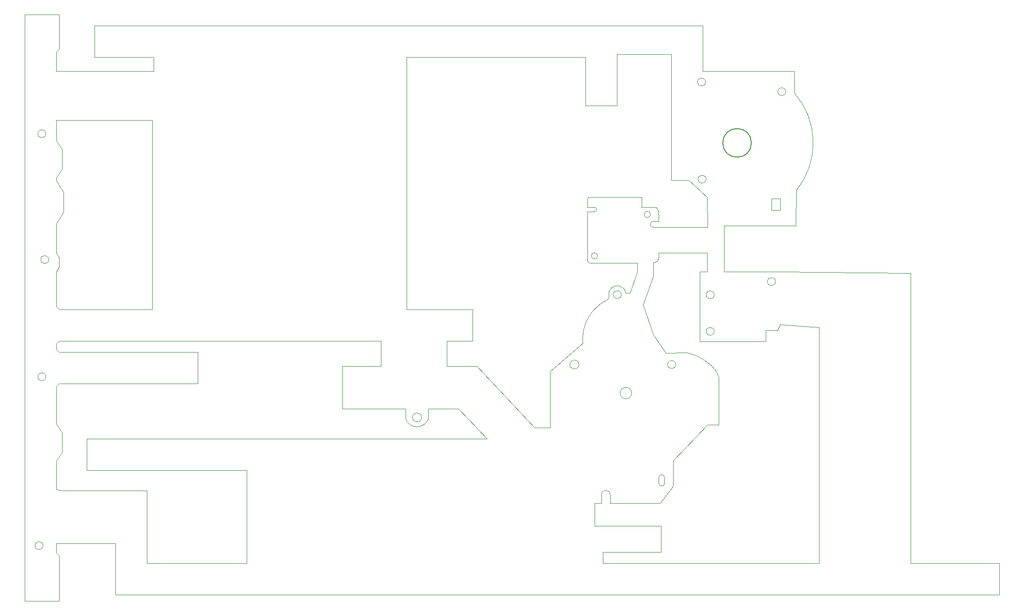
<source format=gbr>
%TF.GenerationSoftware,KiCad,Pcbnew,8.0.4*%
%TF.CreationDate,2024-08-19T21:12:56+01:00*%
%TF.ProjectId,buttonsSuper,62757474-6f6e-4735-9375-7065722e6b69,rev?*%
%TF.SameCoordinates,Original*%
%TF.FileFunction,Profile,NP*%
%FSLAX46Y46*%
G04 Gerber Fmt 4.6, Leading zero omitted, Abs format (unit mm)*
G04 Created by KiCad (PCBNEW 8.0.4) date 2024-08-19 21:12:56*
%MOMM*%
%LPD*%
G01*
G04 APERTURE LIST*
%TA.AperFunction,Profile*%
%ADD10C,0.100000*%
%TD*%
%TA.AperFunction,Profile*%
%ADD11C,0.150000*%
%TD*%
%TA.AperFunction,Profile*%
%ADD12C,0.120000*%
%TD*%
G04 APERTURE END LIST*
D10*
X179750000Y-91999873D02*
X179750000Y-83499873D01*
X192225184Y-90749873D02*
X199725184Y-90749873D01*
X191250000Y-104999873D02*
X189500000Y-99749873D01*
X187500000Y-115249873D02*
G75*
G02*
X185500000Y-115249873I-1000000J0D01*
G01*
X185500000Y-115249873D02*
G75*
G02*
X187500000Y-115249873I1000000J0D01*
G01*
X86962538Y-71100026D02*
X87962538Y-72600026D01*
X192250000Y-83499873D02*
X192250000Y-85249873D01*
X201925038Y-104449873D02*
G75*
G02*
X200525038Y-104449873I-700000J0D01*
G01*
X200525038Y-104449873D02*
G75*
G02*
X201925038Y-104449873I700000J0D01*
G01*
X212625038Y-95749873D02*
G75*
G02*
X211225038Y-95749873I-700000J0D01*
G01*
X211225038Y-95749873D02*
G75*
G02*
X212625038Y-95749873I700000J0D01*
G01*
X181000000Y-83499873D02*
X179750000Y-83499873D01*
X179750000Y-81499873D02*
G75*
G02*
X180250000Y-80999900I500000J-27D01*
G01*
X94299024Y-141498859D02*
X97299024Y-141498859D01*
X213425038Y-81249873D02*
X211925038Y-81249873D01*
X200750000Y-120749873D02*
X194750000Y-126999873D01*
X86962538Y-114100026D02*
X87462538Y-113600026D01*
X220225184Y-103749873D02*
X213425038Y-103249873D01*
X197425038Y-77999873D02*
X200675038Y-80999873D01*
X220225184Y-144999873D02*
X220225184Y-103749873D01*
X86962538Y-107600026D02*
X87462538Y-108100026D01*
X179000001Y-106499873D02*
X173225184Y-111499873D01*
X182499085Y-144999873D02*
X220225184Y-144999873D01*
X192250000Y-91499873D02*
X192225184Y-90749873D01*
X86962538Y-95600026D02*
X86962538Y-94100026D01*
X210925038Y-104249873D02*
X212925038Y-104249873D01*
X199425038Y-106249873D02*
X199425038Y-93999873D01*
X202750000Y-112499873D02*
X202750000Y-120749873D01*
X86962538Y-55600026D02*
X86962538Y-59000000D01*
X173225184Y-111499873D02*
X173225184Y-121249873D01*
X180250000Y-92499873D02*
G75*
G02*
X179750027Y-91999873I0J499973D01*
G01*
X241549939Y-144999873D02*
X236225184Y-144999873D01*
X192250000Y-91499873D02*
G75*
G02*
X191250000Y-92499900I-1000000J-27D01*
G01*
X160500000Y-110499873D02*
X155225184Y-110499873D01*
X97299024Y-150498859D02*
X97299024Y-141498859D01*
X81462538Y-151600026D02*
X87462538Y-151600026D01*
X216263689Y-79869257D02*
X216175038Y-85999873D01*
X87462538Y-49100026D02*
X81462538Y-49100026D01*
X94299024Y-132248859D02*
X88225184Y-132249873D01*
X191250000Y-94749873D02*
X189500000Y-99749873D01*
X87462538Y-100600026D02*
X86962538Y-100100026D01*
X150790569Y-119499873D02*
G75*
G02*
X149209431Y-119499873I-790569J0D01*
G01*
X149209431Y-119499873D02*
G75*
G02*
X150790569Y-119499873I790569J0D01*
G01*
X160500000Y-110499873D02*
X170500000Y-121249873D01*
X87962538Y-72600026D02*
X87962538Y-76100026D01*
X185696227Y-98015381D02*
G75*
G02*
X184303773Y-98015381I-696227J0D01*
G01*
X184303773Y-98015381D02*
G75*
G02*
X185696227Y-98015381I696227J0D01*
G01*
X102799024Y-143748859D02*
X102799024Y-144998859D01*
X179425038Y-56499873D02*
X148225184Y-56499873D01*
X152000000Y-117999873D02*
X157250000Y-117999873D01*
X203675038Y-92999873D02*
X203675038Y-85999873D01*
X182250000Y-132999873D02*
G75*
G02*
X183750000Y-132999873I750000J0D01*
G01*
X162250000Y-123249873D02*
X162000000Y-123249873D01*
X182250000Y-132999873D02*
X182250000Y-134499873D01*
X87462538Y-93100026D02*
X86962538Y-94100026D01*
X210925038Y-106249873D02*
X210925038Y-104249873D01*
X200525038Y-77849873D02*
G75*
G02*
X199125038Y-77849873I-700000J0D01*
G01*
X199125038Y-77849873D02*
G75*
G02*
X200525038Y-77849873I700000J0D01*
G01*
X213425038Y-103249873D02*
X212925038Y-104249873D01*
X86962538Y-100100026D02*
X86962538Y-95600026D01*
X184925038Y-62499873D02*
X184925038Y-55999873D01*
X195207107Y-110249873D02*
G75*
G02*
X193792893Y-110249873I-707107J0D01*
G01*
X193792893Y-110249873D02*
G75*
G02*
X195207107Y-110249873I707107J0D01*
G01*
X103725184Y-100600026D02*
X87462538Y-100600026D01*
X192250000Y-130999873D02*
X192250000Y-129999873D01*
X200675038Y-93999873D02*
X200675038Y-90749873D01*
X183049024Y-150498859D02*
X241549024Y-150499873D01*
X200675038Y-93999873D02*
X199425038Y-93999873D01*
X188500000Y-92499873D02*
X180250000Y-92499873D01*
X236225184Y-94249873D02*
X212925038Y-93999873D01*
X157212538Y-106100026D02*
X155225184Y-106100026D01*
X178290569Y-110249873D02*
G75*
G02*
X176709431Y-110249873I-790569J0D01*
G01*
X176709431Y-110249873D02*
G75*
G02*
X178290569Y-110249873I790569J0D01*
G01*
X187250000Y-97749873D02*
X188500000Y-93999873D01*
X94299024Y-132248859D02*
X102799024Y-132248859D01*
X181559017Y-91249873D02*
G75*
G02*
X180440983Y-91249873I-559017J0D01*
G01*
X180440983Y-91249873D02*
G75*
G02*
X181559017Y-91249873I559017J0D01*
G01*
X236225184Y-144999873D02*
X236225184Y-94249873D01*
X86962538Y-120600026D02*
X87962538Y-122100026D01*
X85162538Y-69900026D02*
G75*
G02*
X83762538Y-69900026I-700000J0D01*
G01*
X83762538Y-69900026D02*
G75*
G02*
X85162538Y-69900026I700000J0D01*
G01*
X179750000Y-82749873D02*
X181000000Y-82749873D01*
X87462538Y-55100026D02*
X86962538Y-55600026D01*
X183049024Y-150498859D02*
X97299024Y-150498859D01*
X191250000Y-86249873D02*
X192250000Y-86249873D01*
X199925038Y-50999873D02*
X199925038Y-58999873D01*
X86962538Y-85600026D02*
X86962538Y-90600026D01*
X197000000Y-108184801D02*
X193500000Y-108249873D01*
X86962538Y-127100026D02*
X87962538Y-125600026D01*
X213425038Y-83249873D02*
X213425038Y-81249873D01*
X87462538Y-91600026D02*
X87462538Y-93100026D01*
X211925038Y-81249873D02*
X211925038Y-83249873D01*
X157750000Y-123249873D02*
X102500000Y-123249873D01*
X215932152Y-62736770D02*
X215917925Y-58999873D01*
X87462538Y-143600026D02*
X86962538Y-143100026D01*
X104000000Y-56500000D02*
X96175038Y-56499873D01*
X201500000Y-110499873D02*
X202250000Y-111499873D01*
X215917925Y-58999873D02*
X199925038Y-58999873D01*
X87462538Y-113600026D02*
X109212538Y-113600026D01*
X191250000Y-92749873D02*
X191250000Y-94749873D01*
X199425038Y-106249873D02*
X210925038Y-106249873D01*
X211925038Y-83249873D02*
X213425038Y-83249873D01*
X200250000Y-109499873D02*
X201500000Y-110499873D01*
X151999999Y-119749873D02*
G75*
G02*
X148000001Y-119749873I-1999999J750000D01*
G01*
X88212538Y-83600026D02*
X86962538Y-85600026D01*
X179000001Y-106499873D02*
G75*
G02*
X183230168Y-98958682I7499999J749973D01*
G01*
X86962538Y-132100026D02*
X86962538Y-127100026D01*
X181000000Y-82749873D02*
G75*
G02*
X181000000Y-83499927I0J-375027D01*
G01*
X199725184Y-90749873D02*
X200675038Y-90749873D01*
X170500000Y-121249873D02*
X173225184Y-121249873D01*
X85162538Y-112400026D02*
G75*
G02*
X83762538Y-112400026I-700000J0D01*
G01*
X83762538Y-112400026D02*
G75*
G02*
X85162538Y-112400026I700000J0D01*
G01*
X81462538Y-49100026D02*
X81462538Y-151600026D01*
X94299024Y-141498859D02*
X88225184Y-141499873D01*
X200425038Y-60849873D02*
G75*
G02*
X199025038Y-60849873I-700000J0D01*
G01*
X199025038Y-60849873D02*
G75*
G02*
X200425038Y-60849873I700000J0D01*
G01*
X87962538Y-125600026D02*
X87962538Y-122100026D01*
X86962538Y-77600026D02*
X86962538Y-78100026D01*
X162000000Y-123249873D02*
X157750000Y-123249873D01*
X192250000Y-129999873D02*
G75*
G02*
X193250000Y-129999873I500000J0D01*
G01*
X157250000Y-117999873D02*
X162250000Y-123249873D01*
X179750000Y-81499873D02*
X179750000Y-82749873D01*
X194750000Y-126999873D02*
X194750000Y-131499873D01*
X86962538Y-90600026D02*
X87462538Y-91600026D01*
X109212538Y-108100026D02*
X87462538Y-108100026D01*
X193250000Y-129999873D02*
X193250000Y-130999873D01*
X202250000Y-111499873D02*
X202750000Y-112499873D01*
X88225184Y-132249873D02*
X86962538Y-132100026D01*
X104000000Y-56500000D02*
X104000000Y-59000000D01*
X143725184Y-106100026D02*
X87462538Y-106100026D01*
X102799024Y-144998859D02*
X120225184Y-144999873D01*
X86975184Y-141499873D02*
X88225184Y-141499873D01*
X179425038Y-50999873D02*
X96175038Y-50999873D01*
X199000000Y-108749873D02*
X200250000Y-109499873D01*
X214425038Y-62549873D02*
G75*
G02*
X213025038Y-62549873I-700000J0D01*
G01*
X213025038Y-62549873D02*
G75*
G02*
X214425038Y-62549873I700000J0D01*
G01*
X155225184Y-106100026D02*
X155225184Y-109749873D01*
X180250000Y-80999873D02*
X189250000Y-80999873D01*
X120225184Y-128749873D02*
X102500915Y-128749873D01*
X143725184Y-106100026D02*
X143725184Y-109749873D01*
X85662538Y-91900026D02*
G75*
G02*
X84262538Y-91900026I-700000J0D01*
G01*
X84262538Y-91900026D02*
G75*
G02*
X85662538Y-91900026I700000J0D01*
G01*
D11*
X208425038Y-71499873D02*
G75*
G02*
X203425038Y-71499873I-2500000J0D01*
G01*
X203425038Y-71499873D02*
G75*
G02*
X208425038Y-71499873I2500000J0D01*
G01*
D10*
X182499085Y-142999873D02*
X182499085Y-144999873D01*
X202750000Y-120749873D02*
X200750000Y-120749873D01*
X88212538Y-80100026D02*
X88212538Y-83600026D01*
X199925038Y-50999873D02*
X179425038Y-50999873D01*
X182250000Y-134499873D02*
X181000000Y-134499873D01*
X183500001Y-97749873D02*
G75*
G02*
X186499999Y-97749873I1499999J-265499D01*
G01*
X148212538Y-100600026D02*
X148225184Y-67249873D01*
X104000000Y-59000000D02*
X86962538Y-59000000D01*
X197500000Y-108249873D02*
X199000000Y-108749873D01*
X191250000Y-92499873D02*
X191250000Y-92749873D01*
X183230156Y-98958658D02*
X183500000Y-98499873D01*
X143725184Y-110499873D02*
X143725184Y-109749873D01*
X192500000Y-134499873D02*
X183750000Y-134499873D01*
X193250000Y-130999873D02*
G75*
G02*
X192250000Y-130999873I-500000J0D01*
G01*
X87462538Y-55100026D02*
X87462538Y-49100026D01*
X191250000Y-86249873D02*
G75*
G02*
X191250000Y-85249927I0J499973D01*
G01*
X87462538Y-106100026D02*
X86962538Y-106600026D01*
X87462538Y-151600026D02*
X87462538Y-143600026D01*
X84662538Y-141900026D02*
G75*
G02*
X83262538Y-141900026I-700000J0D01*
G01*
X83262538Y-141900026D02*
G75*
G02*
X84662538Y-141900026I700000J0D01*
G01*
X148000000Y-117999873D02*
X142575000Y-117999620D01*
X179425038Y-56499873D02*
X179425038Y-62499873D01*
X199725184Y-86249873D02*
X200725184Y-86249873D01*
X87962538Y-76100026D02*
X86962538Y-77600026D01*
X200675038Y-80999873D02*
X200725184Y-86249873D01*
X148000000Y-117999873D02*
X148000000Y-119749873D01*
X86962538Y-120600026D02*
X86962538Y-114100026D01*
X201925038Y-98049873D02*
G75*
G02*
X200525038Y-98049873I-700000J0D01*
G01*
X200525038Y-98049873D02*
G75*
G02*
X201925038Y-98049873I700000J0D01*
G01*
X183750000Y-134499873D02*
X183750000Y-132999873D01*
X86962538Y-143100026D02*
X86975184Y-141499873D01*
X103725184Y-100600026D02*
X103725184Y-67500000D01*
X192250000Y-86249873D02*
X199725184Y-86249873D01*
X120225184Y-144999873D02*
X120225184Y-128749873D01*
X212925038Y-93999873D02*
X203675038Y-93999873D01*
X157212538Y-100600026D02*
X148212538Y-100600026D01*
X194425038Y-77999873D02*
X197425038Y-77999873D01*
X103725184Y-67500000D02*
X86962538Y-67500000D01*
X148225184Y-67249873D02*
X148225184Y-56499873D01*
X86962538Y-78100026D02*
X88212538Y-80100026D01*
X184925038Y-55999873D02*
X194425038Y-55999873D01*
X183500000Y-98499873D02*
X183500001Y-97749873D01*
X192250000Y-85249873D02*
X191250000Y-85249873D01*
X194425038Y-55999873D02*
X194425038Y-77499873D01*
X194750000Y-131499873D02*
X192500000Y-134499873D01*
X181000000Y-134499873D02*
X181000000Y-138499873D01*
X186500000Y-97749873D02*
X187250000Y-97749873D01*
X86962538Y-67500000D02*
X86962538Y-71100026D01*
X155225184Y-110499873D02*
X155225184Y-109749873D01*
X197000000Y-108184801D02*
X197500000Y-108249873D01*
X216175038Y-85999873D02*
X203675038Y-85999873D01*
X191750000Y-82749873D02*
X192250000Y-83499873D01*
X194425038Y-77499873D02*
X194425038Y-77999873D01*
X102799024Y-135248859D02*
X102799024Y-132248859D01*
X193500000Y-108249873D02*
X191250000Y-104999873D01*
X86962538Y-106600026D02*
X86962538Y-107600026D01*
X143725184Y-110499873D02*
X142575000Y-110499873D01*
X203675038Y-93999873D02*
X203675038Y-92999873D01*
X188500000Y-93999873D02*
X188500000Y-92499873D01*
X189250000Y-82749873D02*
X191750000Y-82749873D01*
X181000000Y-138499873D02*
X182499085Y-138499873D01*
X189250000Y-80999873D02*
X189250000Y-82749873D01*
X190809017Y-83999873D02*
G75*
G02*
X189690983Y-83999873I-559017J0D01*
G01*
X189690983Y-83999873D02*
G75*
G02*
X190809017Y-83999873I559017J0D01*
G01*
X152000000Y-119749873D02*
X152000000Y-117999873D01*
X215932152Y-62736770D02*
G75*
G02*
X216263686Y-79869255I-10007112J-8763100D01*
G01*
D12*
%TO.C,C8*%
X111712538Y-108100026D02*
X109212538Y-108100026D01*
X111712538Y-108350026D02*
X111712538Y-108100026D01*
X111712538Y-108350026D02*
X111712538Y-113350026D01*
X111712538Y-113350026D02*
X111712538Y-113600026D01*
X111712538Y-113600026D02*
X109212538Y-113600026D01*
%TO.C,C4*%
X136895000Y-117999873D02*
X136895915Y-110499873D01*
X142575000Y-110499873D02*
X136895915Y-110499873D01*
X142575000Y-117999366D02*
X136895000Y-117999366D01*
%TO.C,C6*%
X102798531Y-143749873D02*
X102798531Y-135249873D01*
%TO.C,C3*%
X182499085Y-142999873D02*
X192679085Y-142999873D01*
X182500000Y-138499873D02*
X192680000Y-138499873D01*
X192680000Y-138499873D02*
X192679085Y-142999873D01*
%TO.C,C9*%
X159712538Y-100600026D02*
X157212538Y-100600026D01*
X159712538Y-100850026D02*
X159712538Y-100600026D01*
X159712538Y-100850026D02*
X159712538Y-105850026D01*
X159712538Y-105850026D02*
X159712538Y-106100026D01*
X159712538Y-106100026D02*
X157212538Y-106100026D01*
%TO.C,C7*%
X241549024Y-150499873D02*
X251729024Y-150499873D01*
X241549939Y-144999873D02*
X251729939Y-144999873D01*
X251729939Y-144999873D02*
X251729024Y-150499873D01*
%TO.C,C1*%
X93675038Y-50999873D02*
X96175038Y-50999873D01*
X93675038Y-51249873D02*
X93675038Y-50999873D01*
X93675038Y-56249873D02*
X93675038Y-51249873D01*
X93675038Y-56249873D02*
X93675038Y-56499873D01*
X93675038Y-56499873D02*
X96175038Y-56499873D01*
%TO.C,C2*%
X179425038Y-64999873D02*
X179425038Y-62499873D01*
X179675038Y-64999873D02*
X179425038Y-64999873D01*
X184675038Y-64999873D02*
X179675038Y-64999873D01*
X184675038Y-64999873D02*
X184925038Y-64999873D01*
X184925038Y-64999873D02*
X184925038Y-62499873D01*
%TO.C,C5*%
X92320000Y-123249873D02*
X102500000Y-123249873D01*
X92320915Y-128749873D02*
X92320000Y-123249873D01*
X92320915Y-128749873D02*
X102500915Y-128749873D01*
%TD*%
M02*

</source>
